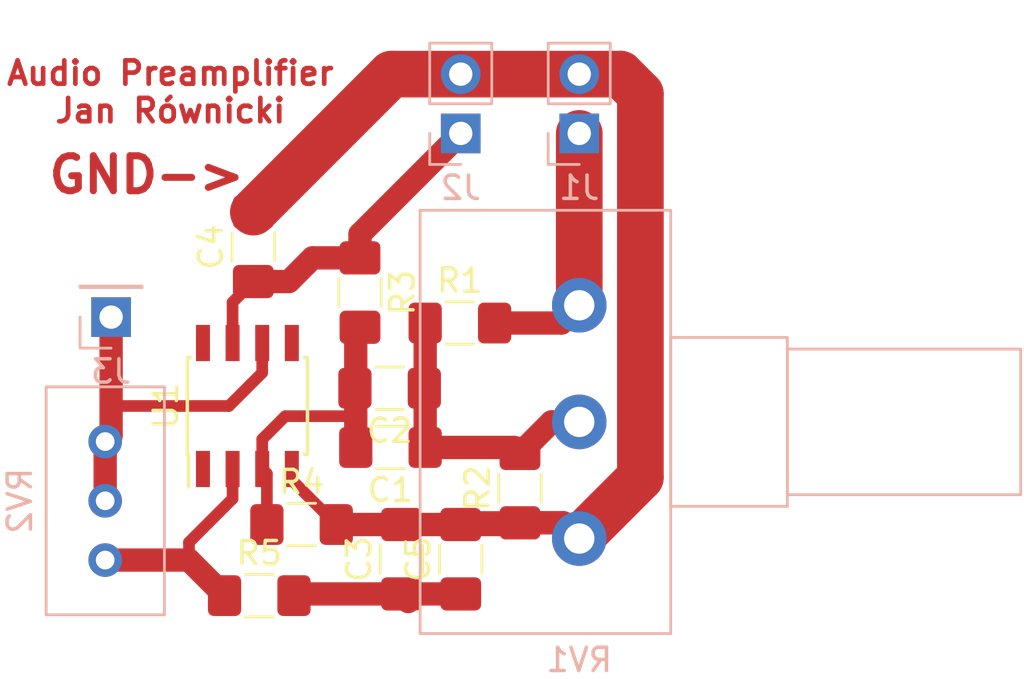
<source format=kicad_pcb>
(kicad_pcb (version 20171130) (host pcbnew "(5.1.0)-1")

  (general
    (thickness 1.6)
    (drawings 2)
    (tracks 58)
    (zones 0)
    (modules 16)
    (nets 12)
  )

  (page A4)
  (layers
    (0 F.Cu signal)
    (31 B.Cu signal)
    (32 B.Adhes user)
    (33 F.Adhes user)
    (34 B.Paste user)
    (35 F.Paste user)
    (36 B.SilkS user)
    (37 F.SilkS user)
    (38 B.Mask user)
    (39 F.Mask user)
    (40 Dwgs.User user)
    (41 Cmts.User user)
    (42 Eco1.User user)
    (43 Eco2.User user)
    (44 Edge.Cuts user)
    (45 Margin user)
    (46 B.CrtYd user)
    (47 F.CrtYd user)
    (48 B.Fab user)
    (49 F.Fab user)
  )

  (setup
    (last_trace_width 2)
    (user_trace_width 1)
    (user_trace_width 2)
    (trace_clearance 0.45)
    (zone_clearance 0.508)
    (zone_45_only no)
    (trace_min 0.2)
    (via_size 2)
    (via_drill 1)
    (via_min_size 0.4)
    (via_min_drill 0.3)
    (uvia_size 0.3)
    (uvia_drill 0.1)
    (uvias_allowed no)
    (uvia_min_size 0.2)
    (uvia_min_drill 0.1)
    (edge_width 0.05)
    (segment_width 0.2)
    (pcb_text_width 0.3)
    (pcb_text_size 1.5 1.5)
    (mod_edge_width 0.12)
    (mod_text_size 1 1)
    (mod_text_width 0.15)
    (pad_size 1.524 1.524)
    (pad_drill 0.762)
    (pad_to_mask_clearance 0.051)
    (solder_mask_min_width 0.25)
    (aux_axis_origin 0 0)
    (visible_elements FFFFFF7F)
    (pcbplotparams
      (layerselection 0x010fc_ffffffff)
      (usegerberextensions false)
      (usegerberattributes false)
      (usegerberadvancedattributes false)
      (creategerberjobfile false)
      (excludeedgelayer true)
      (linewidth 0.100000)
      (plotframeref false)
      (viasonmask false)
      (mode 1)
      (useauxorigin false)
      (hpglpennumber 1)
      (hpglpenspeed 20)
      (hpglpendiameter 15.000000)
      (psnegative false)
      (psa4output false)
      (plotreference true)
      (plotvalue true)
      (plotinvisibletext false)
      (padsonsilk false)
      (subtractmaskfromsilk false)
      (outputformat 1)
      (mirror false)
      (drillshape 1)
      (scaleselection 1)
      (outputdirectory ""))
  )

  (net 0 "")
  (net 1 "Net-(C1-Pad2)")
  (net 2 "Net-(C1-Pad1)")
  (net 3 "Net-(C3-Pad1)")
  (net 4 GND)
  (net 5 +5V)
  (net 6 "Net-(J1-Pad1)")
  (net 7 "Net-(J3-Pad1)")
  (net 8 "Net-(R5-Pad1)")
  (net 9 "Net-(U1-Pad1)")
  (net 10 "Net-(U1-Pad5)")
  (net 11 "Net-(U1-Pad8)")

  (net_class Default "This is the default net class."
    (clearance 0.45)
    (trace_width 0.5)
    (via_dia 2)
    (via_drill 1)
    (uvia_dia 0.3)
    (uvia_drill 0.1)
    (add_net +5V)
    (add_net GND)
    (add_net "Net-(C1-Pad1)")
    (add_net "Net-(C1-Pad2)")
    (add_net "Net-(C3-Pad1)")
    (add_net "Net-(J1-Pad1)")
    (add_net "Net-(J3-Pad1)")
    (add_net "Net-(R5-Pad1)")
    (add_net "Net-(U1-Pad1)")
    (add_net "Net-(U1-Pad5)")
    (add_net "Net-(U1-Pad8)")
  )

  (module Capacitor_SMD:C_1206_3216Metric_Pad1.42x1.75mm_HandSolder (layer F.Cu) (tedit 5B301BBE) (tstamp 5CDDB422)
    (at 85.852 45.9375 90)
    (descr "Capacitor SMD 1206 (3216 Metric), square (rectangular) end terminal, IPC_7351 nominal with elongated pad for handsoldering. (Body size source: http://www.tortai-tech.com/upload/download/2011102023233369053.pdf), generated with kicad-footprint-generator")
    (tags "capacitor handsolder")
    (path /5CE38C6E)
    (attr smd)
    (fp_text reference C5 (at 0 -1.82 90) (layer F.SilkS)
      (effects (font (size 1 1) (thickness 0.15)))
    )
    (fp_text value C (at 0 1.82 90) (layer F.Fab)
      (effects (font (size 1 1) (thickness 0.15)))
    )
    (fp_text user %R (at 0 0 90) (layer F.Fab)
      (effects (font (size 0.8 0.8) (thickness 0.12)))
    )
    (fp_line (start 2.45 1.12) (end -2.45 1.12) (layer F.CrtYd) (width 0.05))
    (fp_line (start 2.45 -1.12) (end 2.45 1.12) (layer F.CrtYd) (width 0.05))
    (fp_line (start -2.45 -1.12) (end 2.45 -1.12) (layer F.CrtYd) (width 0.05))
    (fp_line (start -2.45 1.12) (end -2.45 -1.12) (layer F.CrtYd) (width 0.05))
    (fp_line (start -0.602064 0.91) (end 0.602064 0.91) (layer F.SilkS) (width 0.12))
    (fp_line (start -0.602064 -0.91) (end 0.602064 -0.91) (layer F.SilkS) (width 0.12))
    (fp_line (start 1.6 0.8) (end -1.6 0.8) (layer F.Fab) (width 0.1))
    (fp_line (start 1.6 -0.8) (end 1.6 0.8) (layer F.Fab) (width 0.1))
    (fp_line (start -1.6 -0.8) (end 1.6 -0.8) (layer F.Fab) (width 0.1))
    (fp_line (start -1.6 0.8) (end -1.6 -0.8) (layer F.Fab) (width 0.1))
    (pad 2 smd roundrect (at 1.4875 0 90) (size 1.425 1.75) (layers F.Cu F.Paste F.Mask) (roundrect_rratio 0.175439)
      (net 4 GND))
    (pad 1 smd roundrect (at -1.4875 0 90) (size 1.425 1.75) (layers F.Cu F.Paste F.Mask) (roundrect_rratio 0.175439)
      (net 3 "Net-(C3-Pad1)"))
    (model ${KISYS3DMOD}/Capacitor_SMD.3dshapes/C_1206_3216Metric.wrl
      (at (xyz 0 0 0))
      (scale (xyz 1 1 1))
      (rotate (xyz 0 0 0))
    )
  )

  (module Potentiometer_THT:Potentiometer_Bourns_3296W_Vertical (layer B.Cu) (tedit 5A3D4994) (tstamp 5CDD8391)
    (at 70.612 45.974 270)
    (descr "Potentiometer, vertical, Bourns 3296W, https://www.bourns.com/pdfs/3296.pdf")
    (tags "Potentiometer vertical Bourns 3296W")
    (path /5CE096FB)
    (fp_text reference RV2 (at -2.54 3.66 270) (layer B.SilkS)
      (effects (font (size 1 1) (thickness 0.15)) (justify mirror))
    )
    (fp_text value 10k (at -2.54 -3.67 270) (layer B.Fab)
      (effects (font (size 1 1) (thickness 0.15)) (justify mirror))
    )
    (fp_text user %R (at -3.175 -0.005 270) (layer B.Fab)
      (effects (font (size 1 1) (thickness 0.15)) (justify mirror))
    )
    (fp_line (start 2.5 2.7) (end -7.6 2.7) (layer B.CrtYd) (width 0.05))
    (fp_line (start 2.5 -2.7) (end 2.5 2.7) (layer B.CrtYd) (width 0.05))
    (fp_line (start -7.6 -2.7) (end 2.5 -2.7) (layer B.CrtYd) (width 0.05))
    (fp_line (start -7.6 2.7) (end -7.6 -2.7) (layer B.CrtYd) (width 0.05))
    (fp_line (start 2.345 2.53) (end 2.345 -2.54) (layer B.SilkS) (width 0.12))
    (fp_line (start -7.425 2.53) (end -7.425 -2.54) (layer B.SilkS) (width 0.12))
    (fp_line (start -7.425 -2.54) (end 2.345 -2.54) (layer B.SilkS) (width 0.12))
    (fp_line (start -7.425 2.53) (end 2.345 2.53) (layer B.SilkS) (width 0.12))
    (fp_line (start 0.955 -2.235) (end 0.956 -0.066) (layer B.Fab) (width 0.1))
    (fp_line (start 0.955 -2.235) (end 0.956 -0.066) (layer B.Fab) (width 0.1))
    (fp_line (start 2.225 2.41) (end -7.305 2.41) (layer B.Fab) (width 0.1))
    (fp_line (start 2.225 -2.42) (end 2.225 2.41) (layer B.Fab) (width 0.1))
    (fp_line (start -7.305 -2.42) (end 2.225 -2.42) (layer B.Fab) (width 0.1))
    (fp_line (start -7.305 2.41) (end -7.305 -2.42) (layer B.Fab) (width 0.1))
    (fp_circle (center 0.955 -1.15) (end 2.05 -1.15) (layer B.Fab) (width 0.1))
    (pad 3 thru_hole circle (at -5.08 0 270) (size 1.44 1.44) (drill 0.8) (layers *.Cu *.Mask)
      (net 7 "Net-(J3-Pad1)"))
    (pad 2 thru_hole circle (at -2.54 0 270) (size 1.44 1.44) (drill 0.8) (layers *.Cu *.Mask)
      (net 7 "Net-(J3-Pad1)"))
    (pad 1 thru_hole circle (at 0 0 270) (size 1.44 1.44) (drill 0.8) (layers *.Cu *.Mask)
      (net 8 "Net-(R5-Pad1)"))
    (model ${KISYS3DMOD}/Potentiometer_THT.3dshapes/Potentiometer_Bourns_3296W_Vertical.wrl
      (at (xyz 0 0 0))
      (scale (xyz 1 1 1))
      (rotate (xyz 0 0 0))
    )
  )

  (module Potentiometer_THT:Potentiometer_Alps_RK163_Single_Horizontal (layer B.Cu) (tedit 5A3D4993) (tstamp 5CDD836D)
    (at 90.932 35.052)
    (descr "Potentiometer, horizontal, Alps RK163 Single, http://www.alps.com/prod/info/E/HTML/Potentiometer/RotaryPotentiometers/RK16/RK16_list.html")
    (tags "Potentiometer horizontal Alps RK163 Single")
    (path /5CE0E108)
    (fp_text reference RV1 (at 0 15.2) (layer B.SilkS)
      (effects (font (size 1 1) (thickness 0.15)) (justify mirror))
    )
    (fp_text value 10k (at 0 -5.2) (layer B.Fab)
      (effects (font (size 1 1) (thickness 0.15)) (justify mirror))
    )
    (fp_text user %R (at -1.45 5) (layer B.Fab)
      (effects (font (size 1 1) (thickness 0.15)) (justify mirror))
    )
    (fp_line (start 19.05 14.2) (end -6.95 14.2) (layer B.CrtYd) (width 0.05))
    (fp_line (start 19.05 -4.2) (end 19.05 14.2) (layer B.CrtYd) (width 0.05))
    (fp_line (start -6.95 -4.2) (end 19.05 -4.2) (layer B.CrtYd) (width 0.05))
    (fp_line (start -6.95 14.2) (end -6.95 -4.2) (layer B.CrtYd) (width 0.05))
    (fp_line (start 18.92 8.12) (end 18.92 1.879) (layer B.SilkS) (width 0.12))
    (fp_line (start 8.92 8.12) (end 8.92 1.879) (layer B.SilkS) (width 0.12))
    (fp_line (start 8.92 1.879) (end 18.92 1.879) (layer B.SilkS) (width 0.12))
    (fp_line (start 8.92 8.12) (end 18.92 8.12) (layer B.SilkS) (width 0.12))
    (fp_line (start 8.92 8.62) (end 8.92 1.38) (layer B.SilkS) (width 0.12))
    (fp_line (start 3.92 8.62) (end 3.92 1.38) (layer B.SilkS) (width 0.12))
    (fp_line (start 3.92 1.38) (end 8.92 1.38) (layer B.SilkS) (width 0.12))
    (fp_line (start 3.92 8.62) (end 8.92 8.62) (layer B.SilkS) (width 0.12))
    (fp_line (start 3.92 14.07) (end 3.92 -4.07) (layer B.SilkS) (width 0.12))
    (fp_line (start -6.82 14.07) (end -6.82 -4.07) (layer B.SilkS) (width 0.12))
    (fp_line (start -6.82 -4.07) (end 3.92 -4.07) (layer B.SilkS) (width 0.12))
    (fp_line (start -6.82 14.07) (end 3.92 14.07) (layer B.SilkS) (width 0.12))
    (fp_line (start 18.8 8) (end 8.8 8) (layer B.Fab) (width 0.1))
    (fp_line (start 18.8 2) (end 18.8 8) (layer B.Fab) (width 0.1))
    (fp_line (start 8.8 2) (end 18.8 2) (layer B.Fab) (width 0.1))
    (fp_line (start 8.8 8) (end 8.8 2) (layer B.Fab) (width 0.1))
    (fp_line (start 8.8 8.5) (end 3.8 8.5) (layer B.Fab) (width 0.1))
    (fp_line (start 8.8 1.5) (end 8.8 8.5) (layer B.Fab) (width 0.1))
    (fp_line (start 3.8 1.5) (end 8.8 1.5) (layer B.Fab) (width 0.1))
    (fp_line (start 3.8 8.5) (end 3.8 1.5) (layer B.Fab) (width 0.1))
    (fp_line (start 3.8 13.95) (end -6.7 13.95) (layer B.Fab) (width 0.1))
    (fp_line (start 3.8 -3.95) (end 3.8 13.95) (layer B.Fab) (width 0.1))
    (fp_line (start -6.7 -3.95) (end 3.8 -3.95) (layer B.Fab) (width 0.1))
    (fp_line (start -6.7 13.95) (end -6.7 -3.95) (layer B.Fab) (width 0.1))
    (pad 1 thru_hole circle (at 0 0) (size 2.34 2.34) (drill 1.3) (layers *.Cu *.Mask)
      (net 6 "Net-(J1-Pad1)"))
    (pad 2 thru_hole circle (at 0 5) (size 2.34 2.34) (drill 1.3) (layers *.Cu *.Mask)
      (net 2 "Net-(C1-Pad1)"))
    (pad 3 thru_hole circle (at 0 10) (size 2.34 2.34) (drill 1.3) (layers *.Cu *.Mask)
      (net 4 GND))
    (model ${KISYS3DMOD}/Potentiometer_THT.3dshapes/Potentiometer_Alps_RK163_Single_Horizontal.wrl
      (at (xyz 0 0 0))
      (scale (xyz 1 1 1))
      (rotate (xyz 0 0 0))
    )
  )

  (module Capacitor_SMD:C_1206_3216Metric_Pad1.42x1.75mm_HandSolder (layer F.Cu) (tedit 5B301BBE) (tstamp 5CDDABDF)
    (at 82.8405 41.148 180)
    (descr "Capacitor SMD 1206 (3216 Metric), square (rectangular) end terminal, IPC_7351 nominal with elongated pad for handsoldering. (Body size source: http://www.tortai-tech.com/upload/download/2011102023233369053.pdf), generated with kicad-footprint-generator")
    (tags "capacitor handsolder")
    (path /5CDF9F75)
    (attr smd)
    (fp_text reference C1 (at 0 -1.82 180) (layer F.SilkS)
      (effects (font (size 1 1) (thickness 0.15)))
    )
    (fp_text value C (at 0 1.82 180) (layer F.Fab)
      (effects (font (size 1 1) (thickness 0.15)))
    )
    (fp_text user %R (at 0 0 180) (layer F.Fab)
      (effects (font (size 0.8 0.8) (thickness 0.12)))
    )
    (fp_line (start 2.45 1.12) (end -2.45 1.12) (layer F.CrtYd) (width 0.05))
    (fp_line (start 2.45 -1.12) (end 2.45 1.12) (layer F.CrtYd) (width 0.05))
    (fp_line (start -2.45 -1.12) (end 2.45 -1.12) (layer F.CrtYd) (width 0.05))
    (fp_line (start -2.45 1.12) (end -2.45 -1.12) (layer F.CrtYd) (width 0.05))
    (fp_line (start -0.602064 0.91) (end 0.602064 0.91) (layer F.SilkS) (width 0.12))
    (fp_line (start -0.602064 -0.91) (end 0.602064 -0.91) (layer F.SilkS) (width 0.12))
    (fp_line (start 1.6 0.8) (end -1.6 0.8) (layer F.Fab) (width 0.1))
    (fp_line (start 1.6 -0.8) (end 1.6 0.8) (layer F.Fab) (width 0.1))
    (fp_line (start -1.6 -0.8) (end 1.6 -0.8) (layer F.Fab) (width 0.1))
    (fp_line (start -1.6 0.8) (end -1.6 -0.8) (layer F.Fab) (width 0.1))
    (pad 2 smd roundrect (at 1.4875 0 180) (size 1.425 1.75) (layers F.Cu F.Paste F.Mask) (roundrect_rratio 0.175439)
      (net 1 "Net-(C1-Pad2)"))
    (pad 1 smd roundrect (at -1.4875 0 180) (size 1.425 1.75) (layers F.Cu F.Paste F.Mask) (roundrect_rratio 0.175439)
      (net 2 "Net-(C1-Pad1)"))
    (model ${KISYS3DMOD}/Capacitor_SMD.3dshapes/C_1206_3216Metric.wrl
      (at (xyz 0 0 0))
      (scale (xyz 1 1 1))
      (rotate (xyz 0 0 0))
    )
  )

  (module Capacitor_SMD:C_1206_3216Metric_Pad1.42x1.75mm_HandSolder (layer F.Cu) (tedit 5B301BBE) (tstamp 5CDD829E)
    (at 82.804 38.608 180)
    (descr "Capacitor SMD 1206 (3216 Metric), square (rectangular) end terminal, IPC_7351 nominal with elongated pad for handsoldering. (Body size source: http://www.tortai-tech.com/upload/download/2011102023233369053.pdf), generated with kicad-footprint-generator")
    (tags "capacitor handsolder")
    (path /5CDFA462)
    (attr smd)
    (fp_text reference C2 (at 0 -1.82 180) (layer F.SilkS)
      (effects (font (size 1 1) (thickness 0.15)))
    )
    (fp_text value C (at 0 1.82 180) (layer F.Fab)
      (effects (font (size 1 1) (thickness 0.15)))
    )
    (fp_line (start -1.6 0.8) (end -1.6 -0.8) (layer F.Fab) (width 0.1))
    (fp_line (start -1.6 -0.8) (end 1.6 -0.8) (layer F.Fab) (width 0.1))
    (fp_line (start 1.6 -0.8) (end 1.6 0.8) (layer F.Fab) (width 0.1))
    (fp_line (start 1.6 0.8) (end -1.6 0.8) (layer F.Fab) (width 0.1))
    (fp_line (start -0.602064 -0.91) (end 0.602064 -0.91) (layer F.SilkS) (width 0.12))
    (fp_line (start -0.602064 0.91) (end 0.602064 0.91) (layer F.SilkS) (width 0.12))
    (fp_line (start -2.45 1.12) (end -2.45 -1.12) (layer F.CrtYd) (width 0.05))
    (fp_line (start -2.45 -1.12) (end 2.45 -1.12) (layer F.CrtYd) (width 0.05))
    (fp_line (start 2.45 -1.12) (end 2.45 1.12) (layer F.CrtYd) (width 0.05))
    (fp_line (start 2.45 1.12) (end -2.45 1.12) (layer F.CrtYd) (width 0.05))
    (fp_text user %R (at 0 0 180) (layer F.Fab)
      (effects (font (size 0.8 0.8) (thickness 0.12)))
    )
    (pad 1 smd roundrect (at -1.4875 0 180) (size 1.425 1.75) (layers F.Cu F.Paste F.Mask) (roundrect_rratio 0.175439)
      (net 2 "Net-(C1-Pad1)"))
    (pad 2 smd roundrect (at 1.4875 0 180) (size 1.425 1.75) (layers F.Cu F.Paste F.Mask) (roundrect_rratio 0.175439)
      (net 1 "Net-(C1-Pad2)"))
    (model ${KISYS3DMOD}/Capacitor_SMD.3dshapes/C_1206_3216Metric.wrl
      (at (xyz 0 0 0))
      (scale (xyz 1 1 1))
      (rotate (xyz 0 0 0))
    )
  )

  (module Capacitor_SMD:C_1206_3216Metric_Pad1.42x1.75mm_HandSolder (layer F.Cu) (tedit 5B301BBE) (tstamp 5CDDA8EF)
    (at 83.312 45.9375 90)
    (descr "Capacitor SMD 1206 (3216 Metric), square (rectangular) end terminal, IPC_7351 nominal with elongated pad for handsoldering. (Body size source: http://www.tortai-tech.com/upload/download/2011102023233369053.pdf), generated with kicad-footprint-generator")
    (tags "capacitor handsolder")
    (path /5CDF5035)
    (attr smd)
    (fp_text reference C3 (at 0 -1.82 90) (layer F.SilkS)
      (effects (font (size 1 1) (thickness 0.15)))
    )
    (fp_text value C (at 0 1.82 90) (layer F.Fab)
      (effects (font (size 1 1) (thickness 0.15)))
    )
    (fp_line (start -1.6 0.8) (end -1.6 -0.8) (layer F.Fab) (width 0.1))
    (fp_line (start -1.6 -0.8) (end 1.6 -0.8) (layer F.Fab) (width 0.1))
    (fp_line (start 1.6 -0.8) (end 1.6 0.8) (layer F.Fab) (width 0.1))
    (fp_line (start 1.6 0.8) (end -1.6 0.8) (layer F.Fab) (width 0.1))
    (fp_line (start -0.602064 -0.91) (end 0.602064 -0.91) (layer F.SilkS) (width 0.12))
    (fp_line (start -0.602064 0.91) (end 0.602064 0.91) (layer F.SilkS) (width 0.12))
    (fp_line (start -2.45 1.12) (end -2.45 -1.12) (layer F.CrtYd) (width 0.05))
    (fp_line (start -2.45 -1.12) (end 2.45 -1.12) (layer F.CrtYd) (width 0.05))
    (fp_line (start 2.45 -1.12) (end 2.45 1.12) (layer F.CrtYd) (width 0.05))
    (fp_line (start 2.45 1.12) (end -2.45 1.12) (layer F.CrtYd) (width 0.05))
    (fp_text user %R (at 0 0 90) (layer F.Fab)
      (effects (font (size 0.8 0.8) (thickness 0.12)))
    )
    (pad 1 smd roundrect (at -1.4875 0 90) (size 1.425 1.75) (layers F.Cu F.Paste F.Mask) (roundrect_rratio 0.175439)
      (net 3 "Net-(C3-Pad1)"))
    (pad 2 smd roundrect (at 1.4875 0 90) (size 1.425 1.75) (layers F.Cu F.Paste F.Mask) (roundrect_rratio 0.175439)
      (net 4 GND))
    (model ${KISYS3DMOD}/Capacitor_SMD.3dshapes/C_1206_3216Metric.wrl
      (at (xyz 0 0 0))
      (scale (xyz 1 1 1))
      (rotate (xyz 0 0 0))
    )
  )

  (module Capacitor_SMD:C_1206_3216Metric_Pad1.42x1.75mm_HandSolder (layer F.Cu) (tedit 5B301BBE) (tstamp 5CDD82C0)
    (at 76.962 32.5485 90)
    (descr "Capacitor SMD 1206 (3216 Metric), square (rectangular) end terminal, IPC_7351 nominal with elongated pad for handsoldering. (Body size source: http://www.tortai-tech.com/upload/download/2011102023233369053.pdf), generated with kicad-footprint-generator")
    (tags "capacitor handsolder")
    (path /5CE10B13)
    (attr smd)
    (fp_text reference C4 (at 0 -1.82 90) (layer F.SilkS)
      (effects (font (size 1 1) (thickness 0.15)))
    )
    (fp_text value C (at 0 1.82 90) (layer F.Fab)
      (effects (font (size 1 1) (thickness 0.15)))
    )
    (fp_text user %R (at 0 0 90) (layer F.Fab)
      (effects (font (size 0.8 0.8) (thickness 0.12)))
    )
    (fp_line (start 2.45 1.12) (end -2.45 1.12) (layer F.CrtYd) (width 0.05))
    (fp_line (start 2.45 -1.12) (end 2.45 1.12) (layer F.CrtYd) (width 0.05))
    (fp_line (start -2.45 -1.12) (end 2.45 -1.12) (layer F.CrtYd) (width 0.05))
    (fp_line (start -2.45 1.12) (end -2.45 -1.12) (layer F.CrtYd) (width 0.05))
    (fp_line (start -0.602064 0.91) (end 0.602064 0.91) (layer F.SilkS) (width 0.12))
    (fp_line (start -0.602064 -0.91) (end 0.602064 -0.91) (layer F.SilkS) (width 0.12))
    (fp_line (start 1.6 0.8) (end -1.6 0.8) (layer F.Fab) (width 0.1))
    (fp_line (start 1.6 -0.8) (end 1.6 0.8) (layer F.Fab) (width 0.1))
    (fp_line (start -1.6 -0.8) (end 1.6 -0.8) (layer F.Fab) (width 0.1))
    (fp_line (start -1.6 0.8) (end -1.6 -0.8) (layer F.Fab) (width 0.1))
    (pad 2 smd roundrect (at 1.4875 0 90) (size 1.425 1.75) (layers F.Cu F.Paste F.Mask) (roundrect_rratio 0.175439)
      (net 4 GND))
    (pad 1 smd roundrect (at -1.4875 0 90) (size 1.425 1.75) (layers F.Cu F.Paste F.Mask) (roundrect_rratio 0.175439)
      (net 5 +5V))
    (model ${KISYS3DMOD}/Capacitor_SMD.3dshapes/C_1206_3216Metric.wrl
      (at (xyz 0 0 0))
      (scale (xyz 1 1 1))
      (rotate (xyz 0 0 0))
    )
  )

  (module Connector_PinHeader_2.54mm:PinHeader_1x02_P2.54mm_Vertical (layer B.Cu) (tedit 59FED5CC) (tstamp 5CDD9781)
    (at 90.932 27.686)
    (descr "Through hole straight pin header, 1x02, 2.54mm pitch, single row")
    (tags "Through hole pin header THT 1x02 2.54mm single row")
    (path /5CDD2470)
    (fp_text reference J1 (at 0 2.33) (layer B.SilkS)
      (effects (font (size 1 1) (thickness 0.15)) (justify mirror))
    )
    (fp_text value AUDIO (at 0 -4.87) (layer B.Fab)
      (effects (font (size 1 1) (thickness 0.15)) (justify mirror))
    )
    (fp_line (start -0.635 1.27) (end 1.27 1.27) (layer B.Fab) (width 0.1))
    (fp_line (start 1.27 1.27) (end 1.27 -3.81) (layer B.Fab) (width 0.1))
    (fp_line (start 1.27 -3.81) (end -1.27 -3.81) (layer B.Fab) (width 0.1))
    (fp_line (start -1.27 -3.81) (end -1.27 0.635) (layer B.Fab) (width 0.1))
    (fp_line (start -1.27 0.635) (end -0.635 1.27) (layer B.Fab) (width 0.1))
    (fp_line (start -1.33 -3.87) (end 1.33 -3.87) (layer B.SilkS) (width 0.12))
    (fp_line (start -1.33 -1.27) (end -1.33 -3.87) (layer B.SilkS) (width 0.12))
    (fp_line (start 1.33 -1.27) (end 1.33 -3.87) (layer B.SilkS) (width 0.12))
    (fp_line (start -1.33 -1.27) (end 1.33 -1.27) (layer B.SilkS) (width 0.12))
    (fp_line (start -1.33 0) (end -1.33 1.33) (layer B.SilkS) (width 0.12))
    (fp_line (start -1.33 1.33) (end 0 1.33) (layer B.SilkS) (width 0.12))
    (fp_line (start -1.8 1.8) (end -1.8 -4.35) (layer B.CrtYd) (width 0.05))
    (fp_line (start -1.8 -4.35) (end 1.8 -4.35) (layer B.CrtYd) (width 0.05))
    (fp_line (start 1.8 -4.35) (end 1.8 1.8) (layer B.CrtYd) (width 0.05))
    (fp_line (start 1.8 1.8) (end -1.8 1.8) (layer B.CrtYd) (width 0.05))
    (fp_text user %R (at 0 -1.27 -90) (layer B.Fab)
      (effects (font (size 1 1) (thickness 0.15)) (justify mirror))
    )
    (pad 1 thru_hole rect (at 0 0) (size 1.7 1.7) (drill 1) (layers *.Cu *.Mask)
      (net 6 "Net-(J1-Pad1)"))
    (pad 2 thru_hole oval (at 0 -2.54) (size 1.7 1.7) (drill 1) (layers *.Cu *.Mask)
      (net 4 GND))
    (model ${KISYS3DMOD}/Connector_PinHeader_2.54mm.3dshapes/PinHeader_1x02_P2.54mm_Vertical.wrl
      (at (xyz 0 0 0))
      (scale (xyz 1 1 1))
      (rotate (xyz 0 0 0))
    )
  )

  (module Connector_PinHeader_2.54mm:PinHeader_1x02_P2.54mm_Vertical (layer B.Cu) (tedit 59FED5CC) (tstamp 5CDD82EC)
    (at 85.852 27.686)
    (descr "Through hole straight pin header, 1x02, 2.54mm pitch, single row")
    (tags "Through hole pin header THT 1x02 2.54mm single row")
    (path /5CDD284A)
    (fp_text reference J2 (at 0 2.33) (layer B.SilkS)
      (effects (font (size 1 1) (thickness 0.15)) (justify mirror))
    )
    (fp_text value PWR (at 0 -4.87) (layer B.Fab)
      (effects (font (size 1 1) (thickness 0.15)) (justify mirror))
    )
    (fp_text user %R (at 0 -1.27 90) (layer F.Fab)
      (effects (font (size 1 1) (thickness 0.15)))
    )
    (fp_line (start 1.8 1.8) (end -1.8 1.8) (layer B.CrtYd) (width 0.05))
    (fp_line (start 1.8 -4.35) (end 1.8 1.8) (layer B.CrtYd) (width 0.05))
    (fp_line (start -1.8 -4.35) (end 1.8 -4.35) (layer B.CrtYd) (width 0.05))
    (fp_line (start -1.8 1.8) (end -1.8 -4.35) (layer B.CrtYd) (width 0.05))
    (fp_line (start -1.33 1.33) (end 0 1.33) (layer B.SilkS) (width 0.12))
    (fp_line (start -1.33 0) (end -1.33 1.33) (layer B.SilkS) (width 0.12))
    (fp_line (start -1.33 -1.27) (end 1.33 -1.27) (layer B.SilkS) (width 0.12))
    (fp_line (start 1.33 -1.27) (end 1.33 -3.87) (layer B.SilkS) (width 0.12))
    (fp_line (start -1.33 -1.27) (end -1.33 -3.87) (layer B.SilkS) (width 0.12))
    (fp_line (start -1.33 -3.87) (end 1.33 -3.87) (layer B.SilkS) (width 0.12))
    (fp_line (start -1.27 0.635) (end -0.635 1.27) (layer B.Fab) (width 0.1))
    (fp_line (start -1.27 -3.81) (end -1.27 0.635) (layer B.Fab) (width 0.1))
    (fp_line (start 1.27 -3.81) (end -1.27 -3.81) (layer B.Fab) (width 0.1))
    (fp_line (start 1.27 1.27) (end 1.27 -3.81) (layer B.Fab) (width 0.1))
    (fp_line (start -0.635 1.27) (end 1.27 1.27) (layer B.Fab) (width 0.1))
    (pad 2 thru_hole oval (at 0 -2.54) (size 1.7 1.7) (drill 1) (layers *.Cu *.Mask)
      (net 4 GND))
    (pad 1 thru_hole rect (at 0 0) (size 1.7 1.7) (drill 1) (layers *.Cu *.Mask)
      (net 5 +5V))
    (model ${KISYS3DMOD}/Connector_PinHeader_2.54mm.3dshapes/PinHeader_1x02_P2.54mm_Vertical.wrl
      (at (xyz 0 0 0))
      (scale (xyz 1 1 1))
      (rotate (xyz 0 0 0))
    )
  )

  (module Connector_PinHeader_2.54mm:PinHeader_1x01_P2.54mm_Vertical (layer B.Cu) (tedit 59FED5CC) (tstamp 5CDD8301)
    (at 70.866 35.56)
    (descr "Through hole straight pin header, 1x01, 2.54mm pitch, single row")
    (tags "Through hole pin header THT 1x01 2.54mm single row")
    (path /5CE101F4)
    (fp_text reference J3 (at 0 2.33) (layer B.SilkS)
      (effects (font (size 1 1) (thickness 0.15)) (justify mirror))
    )
    (fp_text value out (at 0 -2.33) (layer B.Fab)
      (effects (font (size 1 1) (thickness 0.15)) (justify mirror))
    )
    (fp_line (start -0.635 1.27) (end 1.27 1.27) (layer B.Fab) (width 0.1))
    (fp_line (start 1.27 1.27) (end 1.27 -1.27) (layer B.Fab) (width 0.1))
    (fp_line (start 1.27 -1.27) (end -1.27 -1.27) (layer B.Fab) (width 0.1))
    (fp_line (start -1.27 -1.27) (end -1.27 0.635) (layer B.Fab) (width 0.1))
    (fp_line (start -1.27 0.635) (end -0.635 1.27) (layer B.Fab) (width 0.1))
    (fp_line (start -1.33 -1.33) (end 1.33 -1.33) (layer B.SilkS) (width 0.12))
    (fp_line (start -1.33 -1.27) (end -1.33 -1.33) (layer B.SilkS) (width 0.12))
    (fp_line (start 1.33 -1.27) (end 1.33 -1.33) (layer B.SilkS) (width 0.12))
    (fp_line (start -1.33 -1.27) (end 1.33 -1.27) (layer B.SilkS) (width 0.12))
    (fp_line (start -1.33 0) (end -1.33 1.33) (layer B.SilkS) (width 0.12))
    (fp_line (start -1.33 1.33) (end 0 1.33) (layer B.SilkS) (width 0.12))
    (fp_line (start -1.8 1.8) (end -1.8 -1.8) (layer B.CrtYd) (width 0.05))
    (fp_line (start -1.8 -1.8) (end 1.8 -1.8) (layer B.CrtYd) (width 0.05))
    (fp_line (start 1.8 -1.8) (end 1.8 1.8) (layer B.CrtYd) (width 0.05))
    (fp_line (start 1.8 1.8) (end -1.8 1.8) (layer B.CrtYd) (width 0.05))
    (fp_text user %R (at 0 0 -90) (layer B.Fab)
      (effects (font (size 1 1) (thickness 0.15)) (justify mirror))
    )
    (pad 1 thru_hole rect (at 0 0) (size 1.7 1.7) (drill 1) (layers *.Cu *.Mask)
      (net 7 "Net-(J3-Pad1)"))
    (model ${KISYS3DMOD}/Connector_PinHeader_2.54mm.3dshapes/PinHeader_1x01_P2.54mm_Vertical.wrl
      (at (xyz 0 0 0))
      (scale (xyz 1 1 1))
      (rotate (xyz 0 0 0))
    )
  )

  (module Resistor_SMD:R_1206_3216Metric_Pad1.42x1.75mm_HandSolder (layer F.Cu) (tedit 5B301BBD) (tstamp 5CDD8AB9)
    (at 85.8155 35.814)
    (descr "Resistor SMD 1206 (3216 Metric), square (rectangular) end terminal, IPC_7351 nominal with elongated pad for handsoldering. (Body size source: http://www.tortai-tech.com/upload/download/2011102023233369053.pdf), generated with kicad-footprint-generator")
    (tags "resistor handsolder")
    (path /5CE050EF)
    (attr smd)
    (fp_text reference R1 (at 0 -1.82) (layer F.SilkS)
      (effects (font (size 1 1) (thickness 0.15)))
    )
    (fp_text value 10k (at 0 1.82) (layer F.Fab)
      (effects (font (size 1 1) (thickness 0.15)))
    )
    (fp_text user %R (at 0 0) (layer F.Fab)
      (effects (font (size 0.8 0.8) (thickness 0.12)))
    )
    (fp_line (start 2.45 1.12) (end -2.45 1.12) (layer F.CrtYd) (width 0.05))
    (fp_line (start 2.45 -1.12) (end 2.45 1.12) (layer F.CrtYd) (width 0.05))
    (fp_line (start -2.45 -1.12) (end 2.45 -1.12) (layer F.CrtYd) (width 0.05))
    (fp_line (start -2.45 1.12) (end -2.45 -1.12) (layer F.CrtYd) (width 0.05))
    (fp_line (start -0.602064 0.91) (end 0.602064 0.91) (layer F.SilkS) (width 0.12))
    (fp_line (start -0.602064 -0.91) (end 0.602064 -0.91) (layer F.SilkS) (width 0.12))
    (fp_line (start 1.6 0.8) (end -1.6 0.8) (layer F.Fab) (width 0.1))
    (fp_line (start 1.6 -0.8) (end 1.6 0.8) (layer F.Fab) (width 0.1))
    (fp_line (start -1.6 -0.8) (end 1.6 -0.8) (layer F.Fab) (width 0.1))
    (fp_line (start -1.6 0.8) (end -1.6 -0.8) (layer F.Fab) (width 0.1))
    (pad 2 smd roundrect (at 1.4875 0) (size 1.425 1.75) (layers F.Cu F.Paste F.Mask) (roundrect_rratio 0.175439)
      (net 6 "Net-(J1-Pad1)"))
    (pad 1 smd roundrect (at -1.4875 0) (size 1.425 1.75) (layers F.Cu F.Paste F.Mask) (roundrect_rratio 0.175439)
      (net 2 "Net-(C1-Pad1)"))
    (model ${KISYS3DMOD}/Resistor_SMD.3dshapes/R_1206_3216Metric.wrl
      (at (xyz 0 0 0))
      (scale (xyz 1 1 1))
      (rotate (xyz 0 0 0))
    )
  )

  (module Resistor_SMD:R_1206_3216Metric_Pad1.42x1.75mm_HandSolder (layer F.Cu) (tedit 5B301BBD) (tstamp 5CDDB32E)
    (at 88.392 42.8895 90)
    (descr "Resistor SMD 1206 (3216 Metric), square (rectangular) end terminal, IPC_7351 nominal with elongated pad for handsoldering. (Body size source: http://www.tortai-tech.com/upload/download/2011102023233369053.pdf), generated with kicad-footprint-generator")
    (tags "resistor handsolder")
    (path /5CE06DDA)
    (attr smd)
    (fp_text reference R2 (at 0 -1.82 90) (layer F.SilkS)
      (effects (font (size 1 1) (thickness 0.15)))
    )
    (fp_text value 10k (at 0 1.82 90) (layer F.Fab)
      (effects (font (size 1 1) (thickness 0.15)))
    )
    (fp_line (start -1.6 0.8) (end -1.6 -0.8) (layer F.Fab) (width 0.1))
    (fp_line (start -1.6 -0.8) (end 1.6 -0.8) (layer F.Fab) (width 0.1))
    (fp_line (start 1.6 -0.8) (end 1.6 0.8) (layer F.Fab) (width 0.1))
    (fp_line (start 1.6 0.8) (end -1.6 0.8) (layer F.Fab) (width 0.1))
    (fp_line (start -0.602064 -0.91) (end 0.602064 -0.91) (layer F.SilkS) (width 0.12))
    (fp_line (start -0.602064 0.91) (end 0.602064 0.91) (layer F.SilkS) (width 0.12))
    (fp_line (start -2.45 1.12) (end -2.45 -1.12) (layer F.CrtYd) (width 0.05))
    (fp_line (start -2.45 -1.12) (end 2.45 -1.12) (layer F.CrtYd) (width 0.05))
    (fp_line (start 2.45 -1.12) (end 2.45 1.12) (layer F.CrtYd) (width 0.05))
    (fp_line (start 2.45 1.12) (end -2.45 1.12) (layer F.CrtYd) (width 0.05))
    (fp_text user %R (at 0 0 90) (layer F.Fab)
      (effects (font (size 0.8 0.8) (thickness 0.12)))
    )
    (pad 1 smd roundrect (at -1.4875 0 90) (size 1.425 1.75) (layers F.Cu F.Paste F.Mask) (roundrect_rratio 0.175439)
      (net 4 GND))
    (pad 2 smd roundrect (at 1.4875 0 90) (size 1.425 1.75) (layers F.Cu F.Paste F.Mask) (roundrect_rratio 0.175439)
      (net 2 "Net-(C1-Pad1)"))
    (model ${KISYS3DMOD}/Resistor_SMD.3dshapes/R_1206_3216Metric.wrl
      (at (xyz 0 0 0))
      (scale (xyz 1 1 1))
      (rotate (xyz 0 0 0))
    )
  )

  (module Resistor_SMD:R_1206_3216Metric_Pad1.42x1.75mm_HandSolder (layer F.Cu) (tedit 5B301BBD) (tstamp 5CDD8334)
    (at 81.534 34.5075 270)
    (descr "Resistor SMD 1206 (3216 Metric), square (rectangular) end terminal, IPC_7351 nominal with elongated pad for handsoldering. (Body size source: http://www.tortai-tech.com/upload/download/2011102023233369053.pdf), generated with kicad-footprint-generator")
    (tags "resistor handsolder")
    (path /5CDFFF37)
    (attr smd)
    (fp_text reference R3 (at 0 -1.82 270) (layer F.SilkS)
      (effects (font (size 1 1) (thickness 0.15)))
    )
    (fp_text value 22k (at 0 1.82 270) (layer F.Fab)
      (effects (font (size 1 1) (thickness 0.15)))
    )
    (fp_line (start -1.6 0.8) (end -1.6 -0.8) (layer F.Fab) (width 0.1))
    (fp_line (start -1.6 -0.8) (end 1.6 -0.8) (layer F.Fab) (width 0.1))
    (fp_line (start 1.6 -0.8) (end 1.6 0.8) (layer F.Fab) (width 0.1))
    (fp_line (start 1.6 0.8) (end -1.6 0.8) (layer F.Fab) (width 0.1))
    (fp_line (start -0.602064 -0.91) (end 0.602064 -0.91) (layer F.SilkS) (width 0.12))
    (fp_line (start -0.602064 0.91) (end 0.602064 0.91) (layer F.SilkS) (width 0.12))
    (fp_line (start -2.45 1.12) (end -2.45 -1.12) (layer F.CrtYd) (width 0.05))
    (fp_line (start -2.45 -1.12) (end 2.45 -1.12) (layer F.CrtYd) (width 0.05))
    (fp_line (start 2.45 -1.12) (end 2.45 1.12) (layer F.CrtYd) (width 0.05))
    (fp_line (start 2.45 1.12) (end -2.45 1.12) (layer F.CrtYd) (width 0.05))
    (fp_text user %R (at 0 0 270) (layer F.Fab)
      (effects (font (size 0.8 0.8) (thickness 0.12)))
    )
    (pad 1 smd roundrect (at -1.4875 0 270) (size 1.425 1.75) (layers F.Cu F.Paste F.Mask) (roundrect_rratio 0.175439)
      (net 5 +5V))
    (pad 2 smd roundrect (at 1.4875 0 270) (size 1.425 1.75) (layers F.Cu F.Paste F.Mask) (roundrect_rratio 0.175439)
      (net 1 "Net-(C1-Pad2)"))
    (model ${KISYS3DMOD}/Resistor_SMD.3dshapes/R_1206_3216Metric.wrl
      (at (xyz 0 0 0))
      (scale (xyz 1 1 1))
      (rotate (xyz 0 0 0))
    )
  )

  (module Resistor_SMD:R_1206_3216Metric_Pad1.42x1.75mm_HandSolder (layer F.Cu) (tedit 5B301BBD) (tstamp 5CDDA767)
    (at 79.0305 44.45)
    (descr "Resistor SMD 1206 (3216 Metric), square (rectangular) end terminal, IPC_7351 nominal with elongated pad for handsoldering. (Body size source: http://www.tortai-tech.com/upload/download/2011102023233369053.pdf), generated with kicad-footprint-generator")
    (tags "resistor handsolder")
    (path /5CDF86C6)
    (attr smd)
    (fp_text reference R4 (at 0 -1.82) (layer F.SilkS)
      (effects (font (size 1 1) (thickness 0.15)))
    )
    (fp_text value 33k (at 0 1.82) (layer F.Fab)
      (effects (font (size 1 1) (thickness 0.15)))
    )
    (fp_line (start -1.6 0.8) (end -1.6 -0.8) (layer F.Fab) (width 0.1))
    (fp_line (start -1.6 -0.8) (end 1.6 -0.8) (layer F.Fab) (width 0.1))
    (fp_line (start 1.6 -0.8) (end 1.6 0.8) (layer F.Fab) (width 0.1))
    (fp_line (start 1.6 0.8) (end -1.6 0.8) (layer F.Fab) (width 0.1))
    (fp_line (start -0.602064 -0.91) (end 0.602064 -0.91) (layer F.SilkS) (width 0.12))
    (fp_line (start -0.602064 0.91) (end 0.602064 0.91) (layer F.SilkS) (width 0.12))
    (fp_line (start -2.45 1.12) (end -2.45 -1.12) (layer F.CrtYd) (width 0.05))
    (fp_line (start -2.45 -1.12) (end 2.45 -1.12) (layer F.CrtYd) (width 0.05))
    (fp_line (start 2.45 -1.12) (end 2.45 1.12) (layer F.CrtYd) (width 0.05))
    (fp_line (start 2.45 1.12) (end -2.45 1.12) (layer F.CrtYd) (width 0.05))
    (fp_text user %R (at 0 0) (layer F.Fab)
      (effects (font (size 0.8 0.8) (thickness 0.12)))
    )
    (pad 1 smd roundrect (at -1.4875 0) (size 1.425 1.75) (layers F.Cu F.Paste F.Mask) (roundrect_rratio 0.175439)
      (net 1 "Net-(C1-Pad2)"))
    (pad 2 smd roundrect (at 1.4875 0) (size 1.425 1.75) (layers F.Cu F.Paste F.Mask) (roundrect_rratio 0.175439)
      (net 4 GND))
    (model ${KISYS3DMOD}/Resistor_SMD.3dshapes/R_1206_3216Metric.wrl
      (at (xyz 0 0 0))
      (scale (xyz 1 1 1))
      (rotate (xyz 0 0 0))
    )
  )

  (module Resistor_SMD:R_1206_3216Metric_Pad1.42x1.75mm_HandSolder (layer F.Cu) (tedit 5B301BBD) (tstamp 5CDD87D6)
    (at 77.216 47.498)
    (descr "Resistor SMD 1206 (3216 Metric), square (rectangular) end terminal, IPC_7351 nominal with elongated pad for handsoldering. (Body size source: http://www.tortai-tech.com/upload/download/2011102023233369053.pdf), generated with kicad-footprint-generator")
    (tags "resistor handsolder")
    (path /5CDF9645)
    (attr smd)
    (fp_text reference R5 (at 0 -1.82) (layer F.SilkS)
      (effects (font (size 1 1) (thickness 0.15)))
    )
    (fp_text value R (at 0 1.82) (layer F.Fab)
      (effects (font (size 1 1) (thickness 0.15)))
    )
    (fp_text user %R (at 0 0) (layer F.Fab)
      (effects (font (size 0.8 0.8) (thickness 0.12)))
    )
    (fp_line (start 2.45 1.12) (end -2.45 1.12) (layer F.CrtYd) (width 0.05))
    (fp_line (start 2.45 -1.12) (end 2.45 1.12) (layer F.CrtYd) (width 0.05))
    (fp_line (start -2.45 -1.12) (end 2.45 -1.12) (layer F.CrtYd) (width 0.05))
    (fp_line (start -2.45 1.12) (end -2.45 -1.12) (layer F.CrtYd) (width 0.05))
    (fp_line (start -0.602064 0.91) (end 0.602064 0.91) (layer F.SilkS) (width 0.12))
    (fp_line (start -0.602064 -0.91) (end 0.602064 -0.91) (layer F.SilkS) (width 0.12))
    (fp_line (start 1.6 0.8) (end -1.6 0.8) (layer F.Fab) (width 0.1))
    (fp_line (start 1.6 -0.8) (end 1.6 0.8) (layer F.Fab) (width 0.1))
    (fp_line (start -1.6 -0.8) (end 1.6 -0.8) (layer F.Fab) (width 0.1))
    (fp_line (start -1.6 0.8) (end -1.6 -0.8) (layer F.Fab) (width 0.1))
    (pad 2 smd roundrect (at 1.4875 0) (size 1.425 1.75) (layers F.Cu F.Paste F.Mask) (roundrect_rratio 0.175439)
      (net 3 "Net-(C3-Pad1)"))
    (pad 1 smd roundrect (at -1.4875 0) (size 1.425 1.75) (layers F.Cu F.Paste F.Mask) (roundrect_rratio 0.175439)
      (net 8 "Net-(R5-Pad1)"))
    (model ${KISYS3DMOD}/Resistor_SMD.3dshapes/R_1206_3216Metric.wrl
      (at (xyz 0 0 0))
      (scale (xyz 1 1 1))
      (rotate (xyz 0 0 0))
    )
  )

  (module Package_SO:SOIC-8_3.9x4.9mm_P1.27mm (layer F.Cu) (tedit 5A02F2D3) (tstamp 5CDD83AE)
    (at 76.708 39.37 90)
    (descr "8-Lead Plastic Small Outline (SN) - Narrow, 3.90 mm Body [SOIC] (see Microchip Packaging Specification http://ww1.microchip.com/downloads/en/PackagingSpec/00000049BQ.pdf)")
    (tags "SOIC 1.27")
    (path /5CDF2FD2)
    (attr smd)
    (fp_text reference U1 (at 0 -3.5 90) (layer F.SilkS)
      (effects (font (size 1 1) (thickness 0.15)))
    )
    (fp_text value AD8001AR (at 0 3.5 90) (layer F.Fab)
      (effects (font (size 1 1) (thickness 0.15)))
    )
    (fp_text user %R (at 0 0 90) (layer F.Fab)
      (effects (font (size 1 1) (thickness 0.15)))
    )
    (fp_line (start -0.95 -2.45) (end 1.95 -2.45) (layer F.Fab) (width 0.1))
    (fp_line (start 1.95 -2.45) (end 1.95 2.45) (layer F.Fab) (width 0.1))
    (fp_line (start 1.95 2.45) (end -1.95 2.45) (layer F.Fab) (width 0.1))
    (fp_line (start -1.95 2.45) (end -1.95 -1.45) (layer F.Fab) (width 0.1))
    (fp_line (start -1.95 -1.45) (end -0.95 -2.45) (layer F.Fab) (width 0.1))
    (fp_line (start -3.73 -2.7) (end -3.73 2.7) (layer F.CrtYd) (width 0.05))
    (fp_line (start 3.73 -2.7) (end 3.73 2.7) (layer F.CrtYd) (width 0.05))
    (fp_line (start -3.73 -2.7) (end 3.73 -2.7) (layer F.CrtYd) (width 0.05))
    (fp_line (start -3.73 2.7) (end 3.73 2.7) (layer F.CrtYd) (width 0.05))
    (fp_line (start -2.075 -2.575) (end -2.075 -2.525) (layer F.SilkS) (width 0.15))
    (fp_line (start 2.075 -2.575) (end 2.075 -2.43) (layer F.SilkS) (width 0.15))
    (fp_line (start 2.075 2.575) (end 2.075 2.43) (layer F.SilkS) (width 0.15))
    (fp_line (start -2.075 2.575) (end -2.075 2.43) (layer F.SilkS) (width 0.15))
    (fp_line (start -2.075 -2.575) (end 2.075 -2.575) (layer F.SilkS) (width 0.15))
    (fp_line (start -2.075 2.575) (end 2.075 2.575) (layer F.SilkS) (width 0.15))
    (fp_line (start -2.075 -2.525) (end -3.475 -2.525) (layer F.SilkS) (width 0.15))
    (pad 1 smd rect (at -2.7 -1.905 90) (size 1.55 0.6) (layers F.Cu F.Paste F.Mask)
      (net 9 "Net-(U1-Pad1)"))
    (pad 2 smd rect (at -2.7 -0.635 90) (size 1.55 0.6) (layers F.Cu F.Paste F.Mask)
      (net 8 "Net-(R5-Pad1)"))
    (pad 3 smd rect (at -2.7 0.635 90) (size 1.55 0.6) (layers F.Cu F.Paste F.Mask)
      (net 1 "Net-(C1-Pad2)"))
    (pad 4 smd rect (at -2.7 1.905 90) (size 1.55 0.6) (layers F.Cu F.Paste F.Mask)
      (net 4 GND))
    (pad 5 smd rect (at 2.7 1.905 90) (size 1.55 0.6) (layers F.Cu F.Paste F.Mask)
      (net 10 "Net-(U1-Pad5)"))
    (pad 6 smd rect (at 2.7 0.635 90) (size 1.55 0.6) (layers F.Cu F.Paste F.Mask)
      (net 7 "Net-(J3-Pad1)"))
    (pad 7 smd rect (at 2.7 -0.635 90) (size 1.55 0.6) (layers F.Cu F.Paste F.Mask)
      (net 5 +5V))
    (pad 8 smd rect (at 2.7 -1.905 90) (size 1.55 0.6) (layers F.Cu F.Paste F.Mask)
      (net 11 "Net-(U1-Pad8)"))
    (model ${KISYS3DMOD}/Package_SO.3dshapes/SOIC-8_3.9x4.9mm_P1.27mm.wrl
      (at (xyz 0 0 0))
      (scale (xyz 1 1 1))
      (rotate (xyz 0 0 0))
    )
  )

  (gr_text GND-> (at 72.39 29.464) (layer F.Cu)
    (effects (font (size 1.5 1.5) (thickness 0.3)))
  )
  (gr_text "Audio Preamplifier\nJan Równicki" (at 73.406 25.908) (layer F.Cu)
    (effects (font (size 1 1) (thickness 0.2)))
  )

  (segment (start 77.543 42.27) (end 77.343 42.07) (width 0.5) (layer F.Cu) (net 1))
  (segment (start 77.543 44.45) (end 77.543 42.27) (width 0.5) (layer F.Cu) (net 1))
  (segment (start 81.353 36.176) (end 81.534 35.995) (width 1) (layer F.Cu) (net 1))
  (segment (start 78.333 39.805) (end 81.353 39.805) (width 0.5) (layer F.Cu) (net 1))
  (segment (start 77.343 40.795) (end 78.333 39.805) (width 0.5) (layer F.Cu) (net 1))
  (segment (start 77.343 42.07) (end 77.343 40.795) (width 0.5) (layer F.Cu) (net 1))
  (segment (start 81.353 41.148) (end 81.353 39.805) (width 1) (layer F.Cu) (net 1))
  (segment (start 81.353 39.805) (end 81.353 36.176) (width 1) (layer F.Cu) (net 1))
  (segment (start 84.328 41.148) (end 84.328 35.814) (width 1) (layer F.Cu) (net 2))
  (segment (start 88.138 41.148) (end 88.392 41.402) (width 1) (layer F.Cu) (net 2))
  (segment (start 84.328 41.148) (end 88.138 41.148) (width 1) (layer F.Cu) (net 2))
  (segment (start 89.742 40.052) (end 88.392 41.402) (width 1) (layer F.Cu) (net 2))
  (segment (start 90.932 40.052) (end 89.742 40.052) (width 1) (layer F.Cu) (net 2))
  (segment (start 83.3485 47.498) (end 83.6025 47.752) (width 1) (layer F.Cu) (net 3))
  (segment (start 78.7765 47.425) (end 78.7035 47.498) (width 1) (layer F.Cu) (net 3))
  (segment (start 83.566 47.425) (end 78.7765 47.425) (width 1) (layer F.Cu) (net 3))
  (segment (start 83.312 47.425) (end 85.852 47.425) (width 1) (layer F.Cu) (net 3))
  (segment (start 85.852 25.146) (end 90.932 25.146) (width 2) (layer F.Cu) (net 4))
  (segment (start 86.614 44.377) (end 90.257 44.377) (width 1) (layer F.Cu) (net 4))
  (segment (start 86.541 44.45) (end 86.614 44.377) (width 1) (layer F.Cu) (net 4))
  (segment (start 83.566 44.45) (end 86.541 44.45) (width 1) (layer F.Cu) (net 4))
  (segment (start 80.518 44.45) (end 83.566 44.45) (width 1) (layer F.Cu) (net 4))
  (segment (start 78.613 42.545) (end 80.518 44.45) (width 0.5) (layer F.Cu) (net 4))
  (segment (start 78.613 42.07) (end 78.613 42.545) (width 0.5) (layer F.Cu) (net 4))
  (segment (start 82.877 25.146) (end 85.852 25.146) (width 2) (layer F.Cu) (net 4))
  (segment (start 76.962 31.061) (end 82.877 25.146) (width 2) (layer F.Cu) (net 4))
  (segment (start 88.319 44.45) (end 88.392 44.377) (width 1) (layer F.Cu) (net 4))
  (segment (start 85.852 44.45) (end 88.319 44.45) (width 1) (layer F.Cu) (net 4))
  (segment (start 90.257 44.377) (end 90.932 45.052) (width 1) (layer F.Cu) (net 4))
  (segment (start 88.392 44.377) (end 90.257 44.377) (width 1) (layer F.Cu) (net 4))
  (segment (start 92.101999 43.882001) (end 90.932 45.052) (width 2) (layer F.Cu) (net 4))
  (segment (start 93.552001 42.431999) (end 92.101999 43.882001) (width 2) (layer F.Cu) (net 4))
  (segment (start 93.552001 25.995999) (end 93.552001 42.431999) (width 2) (layer F.Cu) (net 4))
  (segment (start 92.702002 25.146) (end 93.552001 25.995999) (width 2) (layer F.Cu) (net 4))
  (segment (start 90.932 25.146) (end 92.702002 25.146) (width 2) (layer F.Cu) (net 4))
  (segment (start 76.073 34.925) (end 76.962 34.036) (width 0.5) (layer F.Cu) (net 5))
  (segment (start 76.073 36.67) (end 76.073 34.925) (width 0.5) (layer F.Cu) (net 5))
  (segment (start 81.534 32.004) (end 85.852 27.686) (width 1) (layer F.Cu) (net 5))
  (segment (start 81.534 33.02) (end 81.534 32.004) (width 1) (layer F.Cu) (net 5))
  (segment (start 78.486 34.036) (end 79.502 33.02) (width 1) (layer F.Cu) (net 5))
  (segment (start 76.962 34.036) (end 78.486 34.036) (width 1) (layer F.Cu) (net 5))
  (segment (start 81.534 33.02) (end 79.502 33.02) (width 1) (layer F.Cu) (net 5))
  (segment (start 90.932 27.686) (end 90.932 33.782) (width 2) (layer F.Cu) (net 6))
  (segment (start 90.932 33.782) (end 90.932 35.052) (width 2) (layer F.Cu) (net 6))
  (segment (start 90.17 35.814) (end 90.932 35.052) (width 1) (layer F.Cu) (net 6))
  (segment (start 87.303 35.814) (end 90.17 35.814) (width 1) (layer F.Cu) (net 6))
  (segment (start 70.866 40.64) (end 70.612 40.894) (width 1) (layer F.Cu) (net 7))
  (segment (start 70.612 40.894) (end 70.612 43.434) (width 1) (layer F.Cu) (net 7))
  (segment (start 75.918 39.37) (end 70.866 39.37) (width 0.5) (layer F.Cu) (net 7))
  (segment (start 77.343 37.945) (end 75.918 39.37) (width 0.5) (layer F.Cu) (net 7))
  (segment (start 77.343 36.67) (end 77.343 37.945) (width 0.5) (layer F.Cu) (net 7))
  (segment (start 70.866 35.56) (end 70.866 39.37) (width 1) (layer F.Cu) (net 7))
  (segment (start 70.866 39.37) (end 70.866 40.64) (width 1) (layer F.Cu) (net 7))
  (segment (start 74.2045 45.974) (end 75.7285 47.498) (width 1) (layer F.Cu) (net 8))
  (segment (start 70.612 45.974) (end 74.2045 45.974) (width 1) (layer F.Cu) (net 8))
  (segment (start 74.2045 45.2135) (end 74.2045 45.974) (width 0.5) (layer F.Cu) (net 8))
  (segment (start 76.073 43.345) (end 74.2045 45.2135) (width 0.5) (layer F.Cu) (net 8))
  (segment (start 76.073 42.07) (end 76.073 43.345) (width 0.5) (layer F.Cu) (net 8))

)

</source>
